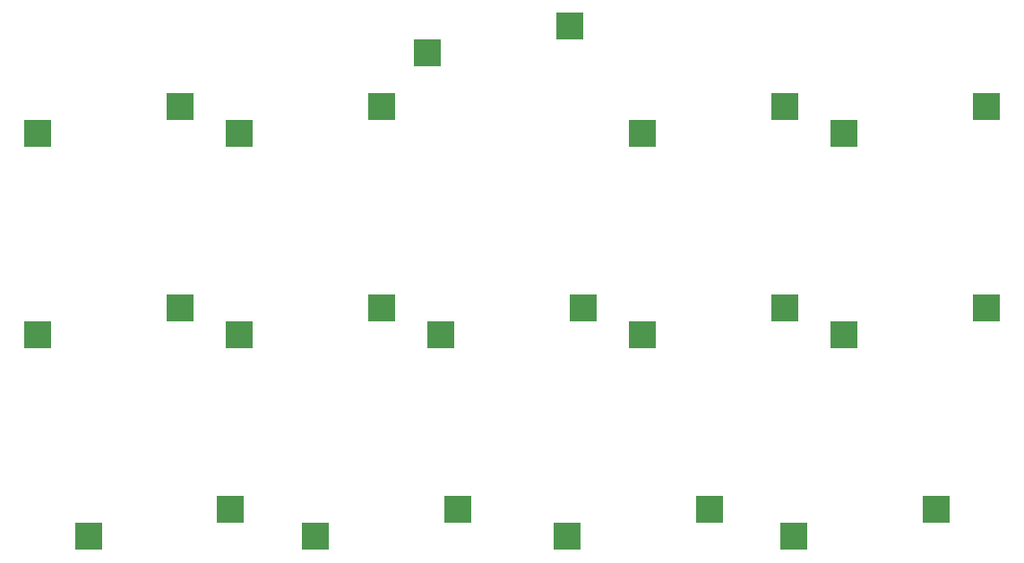
<source format=gbp>
%TF.GenerationSoftware,KiCad,Pcbnew,(5.1.10)-1*%
%TF.CreationDate,2021-10-22T01:43:44-05:00*%
%TF.ProjectId,qwahtrohio,71776168-7472-46f6-9869-6f2e6b696361,rev?*%
%TF.SameCoordinates,Original*%
%TF.FileFunction,Paste,Bot*%
%TF.FilePolarity,Positive*%
%FSLAX46Y46*%
G04 Gerber Fmt 4.6, Leading zero omitted, Abs format (unit mm)*
G04 Created by KiCad (PCBNEW (5.1.10)-1) date 2021-10-22 01:43:44*
%MOMM*%
%LPD*%
G01*
G04 APERTURE LIST*
%ADD10R,2.550000X2.500000*%
G04 APERTURE END LIST*
D10*
X137503750Y-126880000D03*
X150953750Y-124340000D03*
X161316250Y-126880000D03*
X174766250Y-124340000D03*
X200960000Y-86240000D03*
X187510000Y-88780000D03*
X196197500Y-124340000D03*
X182747500Y-126880000D03*
X200960000Y-105290000D03*
X187510000Y-107830000D03*
X181910000Y-105290000D03*
X168460000Y-107830000D03*
X181910000Y-86240000D03*
X168460000Y-88780000D03*
X162860000Y-105290000D03*
X149410000Y-107830000D03*
X148140000Y-81160000D03*
X161590000Y-78620000D03*
X143810000Y-105290000D03*
X130360000Y-107830000D03*
X143810000Y-86240000D03*
X130360000Y-88780000D03*
X129522500Y-124340000D03*
X116072500Y-126880000D03*
X124760000Y-105290000D03*
X111310000Y-107830000D03*
X124760000Y-86240000D03*
X111310000Y-88780000D03*
M02*

</source>
